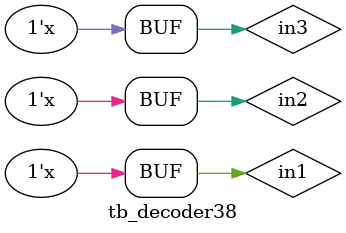
<source format=v>
module tb_decoder38();
    
    
    // decoder38 Inputs
    reg   in1 = 1'b1 ;
    reg   in2 = 1'b1 ;
    reg   in3 = 1'b1 ;
    
    // decoder38 Outputs
    wire  a                                    ;
    wire  b                                    ;
    wire  c                                    ;
    wire  d                                    ;
    wire  e                                    ;
    wire  f                                    ;
    wire  g                                    ;
    wire  h                                    ;
    
    
    decoder38  u_decoder38 (
    .in1                     (in1),
    .in2                     (in2),
    .in3                     (in3),
    
    .a                       (a),
    .b                       (b),
    .c                       (c),
    .d                       (d),
    .e                       (e),
    .f                       (f),
    .g                       (g),
    .h                       (h)
    );
    
    always begin
        #5 {in3, in2, in1} = {in3, in2, in1} - 1;
    end
    
endmodule

</source>
